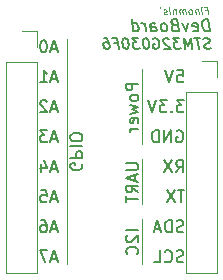
<source format=gbo>
G04 #@! TF.GenerationSoftware,KiCad,Pcbnew,(5.1.10)-1*
G04 #@! TF.CreationDate,2021-11-12T00:22:47+01:00*
G04 #@! TF.ProjectId,devboard-stm32g030f6p6,64657662-6f61-4726-942d-73746d333267,rev?*
G04 #@! TF.SameCoordinates,Original*
G04 #@! TF.FileFunction,Legend,Bot*
G04 #@! TF.FilePolarity,Positive*
%FSLAX46Y46*%
G04 Gerber Fmt 4.6, Leading zero omitted, Abs format (unit mm)*
G04 Created by KiCad (PCBNEW (5.1.10)-1) date 2021-11-12 00:22:47*
%MOMM*%
%LPD*%
G01*
G04 APERTURE LIST*
%ADD10C,0.150000*%
%ADD11C,0.130000*%
%ADD12C,0.120000*%
%ADD13O,1.700000X1.700000*%
%ADD14R,1.700000X1.700000*%
%ADD15O,1.070000X2.140000*%
%ADD16C,1.300000*%
G04 APERTURE END LIST*
D10*
X120054452Y-77414380D02*
X119929452Y-76414380D01*
X119691357Y-76414380D01*
X119554452Y-76462000D01*
X119471119Y-76557238D01*
X119435404Y-76652476D01*
X119411595Y-76842952D01*
X119429452Y-76985809D01*
X119500880Y-77176285D01*
X119560404Y-77271523D01*
X119667547Y-77366761D01*
X119816357Y-77414380D01*
X120054452Y-77414380D01*
X118667547Y-77366761D02*
X118768738Y-77414380D01*
X118959214Y-77414380D01*
X119048500Y-77366761D01*
X119084214Y-77271523D01*
X119036595Y-76890571D01*
X118977071Y-76795333D01*
X118875880Y-76747714D01*
X118685404Y-76747714D01*
X118596119Y-76795333D01*
X118560404Y-76890571D01*
X118572309Y-76985809D01*
X119060404Y-77081047D01*
X118209214Y-76747714D02*
X118054452Y-77414380D01*
X117733023Y-76747714D01*
X117036595Y-76890571D02*
X116899690Y-76938190D01*
X116858023Y-76985809D01*
X116822309Y-77081047D01*
X116840166Y-77223904D01*
X116899690Y-77319142D01*
X116953261Y-77366761D01*
X117054452Y-77414380D01*
X117435404Y-77414380D01*
X117310404Y-76414380D01*
X116977071Y-76414380D01*
X116887785Y-76462000D01*
X116846119Y-76509619D01*
X116810404Y-76604857D01*
X116822309Y-76700095D01*
X116881833Y-76795333D01*
X116935404Y-76842952D01*
X117036595Y-76890571D01*
X117369928Y-76890571D01*
X116292547Y-77414380D02*
X116381833Y-77366761D01*
X116423500Y-77319142D01*
X116459214Y-77223904D01*
X116423500Y-76938190D01*
X116363976Y-76842952D01*
X116310404Y-76795333D01*
X116209214Y-76747714D01*
X116066357Y-76747714D01*
X115977071Y-76795333D01*
X115935404Y-76842952D01*
X115899690Y-76938190D01*
X115935404Y-77223904D01*
X115994928Y-77319142D01*
X116048500Y-77366761D01*
X116149690Y-77414380D01*
X116292547Y-77414380D01*
X115102071Y-77414380D02*
X115036595Y-76890571D01*
X115072309Y-76795333D01*
X115161595Y-76747714D01*
X115352071Y-76747714D01*
X115453261Y-76795333D01*
X115096119Y-77366761D02*
X115197309Y-77414380D01*
X115435404Y-77414380D01*
X115524690Y-77366761D01*
X115560404Y-77271523D01*
X115548500Y-77176285D01*
X115488976Y-77081047D01*
X115387785Y-77033428D01*
X115149690Y-77033428D01*
X115048500Y-76985809D01*
X114625880Y-77414380D02*
X114542547Y-76747714D01*
X114566357Y-76938190D02*
X114506833Y-76842952D01*
X114453261Y-76795333D01*
X114352071Y-76747714D01*
X114256833Y-76747714D01*
X113578261Y-77414380D02*
X113453261Y-76414380D01*
X113572309Y-77366761D02*
X113673500Y-77414380D01*
X113863976Y-77414380D01*
X113953261Y-77366761D01*
X113994928Y-77319142D01*
X114030642Y-77223904D01*
X113994928Y-76938190D01*
X113935404Y-76842952D01*
X113881833Y-76795333D01*
X113780642Y-76747714D01*
X113590166Y-76747714D01*
X113500880Y-76795333D01*
D11*
X120129357Y-78850285D02*
X120006142Y-78893142D01*
X119791857Y-78893142D01*
X119700785Y-78850285D01*
X119652571Y-78807428D01*
X119599000Y-78721714D01*
X119588285Y-78636000D01*
X119620428Y-78550285D01*
X119657928Y-78507428D01*
X119738285Y-78464571D01*
X119904357Y-78421714D01*
X119984714Y-78378857D01*
X120022214Y-78336000D01*
X120054357Y-78250285D01*
X120043642Y-78164571D01*
X119990071Y-78078857D01*
X119941857Y-78036000D01*
X119850785Y-77993142D01*
X119636500Y-77993142D01*
X119513285Y-78036000D01*
X119250785Y-77993142D02*
X118736500Y-77993142D01*
X119106142Y-78893142D02*
X118993642Y-77993142D01*
X118549000Y-78893142D02*
X118436500Y-77993142D01*
X118216857Y-78636000D01*
X117836500Y-77993142D01*
X117949000Y-78893142D01*
X117493642Y-77993142D02*
X116936500Y-77993142D01*
X117279357Y-78336000D01*
X117150785Y-78336000D01*
X117070428Y-78378857D01*
X117032928Y-78421714D01*
X117000785Y-78507428D01*
X117027571Y-78721714D01*
X117081142Y-78807428D01*
X117129357Y-78850285D01*
X117220428Y-78893142D01*
X117477571Y-78893142D01*
X117557928Y-78850285D01*
X117595428Y-78807428D01*
X116604357Y-78078857D02*
X116556142Y-78036000D01*
X116465071Y-77993142D01*
X116250785Y-77993142D01*
X116170428Y-78036000D01*
X116132928Y-78078857D01*
X116100785Y-78164571D01*
X116111500Y-78250285D01*
X116170428Y-78378857D01*
X116749000Y-78893142D01*
X116191857Y-78893142D01*
X115227571Y-78036000D02*
X115307928Y-77993142D01*
X115436500Y-77993142D01*
X115570428Y-78036000D01*
X115666857Y-78121714D01*
X115720428Y-78207428D01*
X115784714Y-78378857D01*
X115800785Y-78507428D01*
X115779357Y-78678857D01*
X115747214Y-78764571D01*
X115672214Y-78850285D01*
X115549000Y-78893142D01*
X115463285Y-78893142D01*
X115329357Y-78850285D01*
X115281142Y-78807428D01*
X115243642Y-78507428D01*
X115415071Y-78507428D01*
X114622214Y-77993142D02*
X114536500Y-77993142D01*
X114456142Y-78036000D01*
X114418642Y-78078857D01*
X114386500Y-78164571D01*
X114365071Y-78336000D01*
X114391857Y-78550285D01*
X114456142Y-78721714D01*
X114509714Y-78807428D01*
X114557928Y-78850285D01*
X114649000Y-78893142D01*
X114734714Y-78893142D01*
X114815071Y-78850285D01*
X114852571Y-78807428D01*
X114884714Y-78721714D01*
X114906142Y-78550285D01*
X114879357Y-78336000D01*
X114815071Y-78164571D01*
X114761500Y-78078857D01*
X114713285Y-78036000D01*
X114622214Y-77993142D01*
X114022214Y-77993142D02*
X113465071Y-77993142D01*
X113807928Y-78336000D01*
X113679357Y-78336000D01*
X113599000Y-78378857D01*
X113561500Y-78421714D01*
X113529357Y-78507428D01*
X113556142Y-78721714D01*
X113609714Y-78807428D01*
X113657928Y-78850285D01*
X113749000Y-78893142D01*
X114006142Y-78893142D01*
X114086500Y-78850285D01*
X114124000Y-78807428D01*
X112907928Y-77993142D02*
X112822214Y-77993142D01*
X112741857Y-78036000D01*
X112704357Y-78078857D01*
X112672214Y-78164571D01*
X112650785Y-78336000D01*
X112677571Y-78550285D01*
X112741857Y-78721714D01*
X112795428Y-78807428D01*
X112843642Y-78850285D01*
X112934714Y-78893142D01*
X113020428Y-78893142D01*
X113100785Y-78850285D01*
X113138285Y-78807428D01*
X113170428Y-78721714D01*
X113191857Y-78550285D01*
X113165071Y-78336000D01*
X113100785Y-78164571D01*
X113047214Y-78078857D01*
X112999000Y-78036000D01*
X112907928Y-77993142D01*
X111975785Y-78421714D02*
X112275785Y-78421714D01*
X112334714Y-78893142D02*
X112222214Y-77993142D01*
X111793642Y-77993142D01*
X111065071Y-77993142D02*
X111236500Y-77993142D01*
X111327571Y-78036000D01*
X111375785Y-78078857D01*
X111477571Y-78207428D01*
X111541857Y-78378857D01*
X111584714Y-78721714D01*
X111552571Y-78807428D01*
X111515071Y-78850285D01*
X111434714Y-78893142D01*
X111263285Y-78893142D01*
X111172214Y-78850285D01*
X111124000Y-78807428D01*
X111070428Y-78721714D01*
X111043642Y-78507428D01*
X111075785Y-78421714D01*
X111113285Y-78378857D01*
X111193642Y-78336000D01*
X111365071Y-78336000D01*
X111456142Y-78378857D01*
X111504357Y-78421714D01*
X111557928Y-78507428D01*
D12*
X119678285Y-75649142D02*
X119878285Y-75649142D01*
X119917571Y-75963428D02*
X119842571Y-75363428D01*
X119556857Y-75363428D01*
X119403285Y-75963428D02*
X119353285Y-75563428D01*
X119328285Y-75363428D02*
X119360428Y-75392000D01*
X119335428Y-75420571D01*
X119303285Y-75392000D01*
X119328285Y-75363428D01*
X119335428Y-75420571D01*
X119067571Y-75563428D02*
X119117571Y-75963428D01*
X119074714Y-75620571D02*
X119042571Y-75592000D01*
X118981857Y-75563428D01*
X118896142Y-75563428D01*
X118842571Y-75592000D01*
X118821142Y-75649142D01*
X118860428Y-75963428D01*
X118489000Y-75963428D02*
X118542571Y-75934857D01*
X118567571Y-75906285D01*
X118589000Y-75849142D01*
X118567571Y-75677714D01*
X118531857Y-75620571D01*
X118499714Y-75592000D01*
X118439000Y-75563428D01*
X118353285Y-75563428D01*
X118299714Y-75592000D01*
X118274714Y-75620571D01*
X118253285Y-75677714D01*
X118274714Y-75849142D01*
X118310428Y-75906285D01*
X118342571Y-75934857D01*
X118403285Y-75963428D01*
X118489000Y-75963428D01*
X118031857Y-75963428D02*
X117981857Y-75563428D01*
X117989000Y-75620571D02*
X117956857Y-75592000D01*
X117896142Y-75563428D01*
X117810428Y-75563428D01*
X117756857Y-75592000D01*
X117735428Y-75649142D01*
X117774714Y-75963428D01*
X117735428Y-75649142D02*
X117699714Y-75592000D01*
X117639000Y-75563428D01*
X117553285Y-75563428D01*
X117499714Y-75592000D01*
X117478285Y-75649142D01*
X117517571Y-75963428D01*
X117181857Y-75563428D02*
X117231857Y-75963428D01*
X117189000Y-75620571D02*
X117156857Y-75592000D01*
X117096142Y-75563428D01*
X117010428Y-75563428D01*
X116956857Y-75592000D01*
X116935428Y-75649142D01*
X116974714Y-75963428D01*
X116689000Y-75963428D02*
X116639000Y-75563428D01*
X116614000Y-75363428D02*
X116646142Y-75392000D01*
X116621142Y-75420571D01*
X116589000Y-75392000D01*
X116614000Y-75363428D01*
X116621142Y-75420571D01*
X116428285Y-75934857D02*
X116374714Y-75963428D01*
X116260428Y-75963428D01*
X116199714Y-75934857D01*
X116164000Y-75877714D01*
X116160428Y-75849142D01*
X116181857Y-75792000D01*
X116235428Y-75763428D01*
X116321142Y-75763428D01*
X116374714Y-75734857D01*
X116396142Y-75677714D01*
X116392571Y-75649142D01*
X116356857Y-75592000D01*
X116296142Y-75563428D01*
X116210428Y-75563428D01*
X116156857Y-75592000D01*
X115814000Y-75363428D02*
X115885428Y-75477714D01*
D10*
X113990380Y-94273809D02*
X112990380Y-94273809D01*
X113085619Y-94702380D02*
X113038000Y-94750000D01*
X112990380Y-94845238D01*
X112990380Y-95083333D01*
X113038000Y-95178571D01*
X113085619Y-95226190D01*
X113180857Y-95273809D01*
X113276095Y-95273809D01*
X113418952Y-95226190D01*
X113990380Y-94654761D01*
X113990380Y-95273809D01*
X113895142Y-96273809D02*
X113942761Y-96226190D01*
X113990380Y-96083333D01*
X113990380Y-95988095D01*
X113942761Y-95845238D01*
X113847523Y-95750000D01*
X113752285Y-95702380D01*
X113561809Y-95654761D01*
X113418952Y-95654761D01*
X113228476Y-95702380D01*
X113133238Y-95750000D01*
X113038000Y-95845238D01*
X112990380Y-95988095D01*
X112990380Y-96083333D01*
X113038000Y-96226190D01*
X113085619Y-96273809D01*
X113990380Y-81843809D02*
X112990380Y-81843809D01*
X112990380Y-82224761D01*
X113038000Y-82320000D01*
X113085619Y-82367619D01*
X113180857Y-82415238D01*
X113323714Y-82415238D01*
X113418952Y-82367619D01*
X113466571Y-82320000D01*
X113514190Y-82224761D01*
X113514190Y-81843809D01*
X113990380Y-82986666D02*
X113942761Y-82891428D01*
X113895142Y-82843809D01*
X113799904Y-82796190D01*
X113514190Y-82796190D01*
X113418952Y-82843809D01*
X113371333Y-82891428D01*
X113323714Y-82986666D01*
X113323714Y-83129523D01*
X113371333Y-83224761D01*
X113418952Y-83272380D01*
X113514190Y-83320000D01*
X113799904Y-83320000D01*
X113895142Y-83272380D01*
X113942761Y-83224761D01*
X113990380Y-83129523D01*
X113990380Y-82986666D01*
X113323714Y-83653333D02*
X113990380Y-83843809D01*
X113514190Y-84034285D01*
X113990380Y-84224761D01*
X113323714Y-84415238D01*
X113942761Y-85177142D02*
X113990380Y-85081904D01*
X113990380Y-84891428D01*
X113942761Y-84796190D01*
X113847523Y-84748571D01*
X113466571Y-84748571D01*
X113371333Y-84796190D01*
X113323714Y-84891428D01*
X113323714Y-85081904D01*
X113371333Y-85177142D01*
X113466571Y-85224761D01*
X113561809Y-85224761D01*
X113657047Y-84748571D01*
X113990380Y-85653333D02*
X113323714Y-85653333D01*
X113514190Y-85653333D02*
X113418952Y-85700952D01*
X113371333Y-85748571D01*
X113323714Y-85843809D01*
X113323714Y-85939047D01*
X112990380Y-88574761D02*
X113799904Y-88574761D01*
X113895142Y-88622380D01*
X113942761Y-88670000D01*
X113990380Y-88765238D01*
X113990380Y-88955714D01*
X113942761Y-89050952D01*
X113895142Y-89098571D01*
X113799904Y-89146190D01*
X112990380Y-89146190D01*
X113704666Y-89574761D02*
X113704666Y-90050952D01*
X113990380Y-89479523D02*
X112990380Y-89812857D01*
X113990380Y-90146190D01*
X113990380Y-91050952D02*
X113514190Y-90717619D01*
X113990380Y-90479523D02*
X112990380Y-90479523D01*
X112990380Y-90860476D01*
X113038000Y-90955714D01*
X113085619Y-91003333D01*
X113180857Y-91050952D01*
X113323714Y-91050952D01*
X113418952Y-91003333D01*
X113466571Y-90955714D01*
X113514190Y-90860476D01*
X113514190Y-90479523D01*
X112990380Y-91336666D02*
X112990380Y-91908095D01*
X113990380Y-91622380D02*
X112990380Y-91622380D01*
D12*
X114300000Y-80645000D02*
X114300000Y-86995000D01*
X114300000Y-88265000D02*
X114300000Y-92075000D01*
X114300000Y-97155000D02*
X114300000Y-93345000D01*
D10*
X109212000Y-88630000D02*
X109259619Y-88725238D01*
X109259619Y-88868095D01*
X109212000Y-89010952D01*
X109116761Y-89106190D01*
X109021523Y-89153809D01*
X108831047Y-89201428D01*
X108688190Y-89201428D01*
X108497714Y-89153809D01*
X108402476Y-89106190D01*
X108307238Y-89010952D01*
X108259619Y-88868095D01*
X108259619Y-88772857D01*
X108307238Y-88630000D01*
X108354857Y-88582380D01*
X108688190Y-88582380D01*
X108688190Y-88772857D01*
X108259619Y-88153809D02*
X109259619Y-88153809D01*
X109259619Y-87772857D01*
X109212000Y-87677619D01*
X109164380Y-87630000D01*
X109069142Y-87582380D01*
X108926285Y-87582380D01*
X108831047Y-87630000D01*
X108783428Y-87677619D01*
X108735809Y-87772857D01*
X108735809Y-88153809D01*
X108259619Y-87153809D02*
X109259619Y-87153809D01*
X109259619Y-86487142D02*
X109259619Y-86296666D01*
X109212000Y-86201428D01*
X109116761Y-86106190D01*
X108926285Y-86058571D01*
X108592952Y-86058571D01*
X108402476Y-86106190D01*
X108307238Y-86201428D01*
X108259619Y-86296666D01*
X108259619Y-86487142D01*
X108307238Y-86582380D01*
X108402476Y-86677619D01*
X108592952Y-86725238D01*
X108926285Y-86725238D01*
X109116761Y-86677619D01*
X109212000Y-86582380D01*
X109259619Y-86487142D01*
D12*
X107950000Y-78105000D02*
X107950000Y-97155000D01*
D10*
X117822023Y-96924761D02*
X117679166Y-96972380D01*
X117441071Y-96972380D01*
X117345833Y-96924761D01*
X117298214Y-96877142D01*
X117250595Y-96781904D01*
X117250595Y-96686666D01*
X117298214Y-96591428D01*
X117345833Y-96543809D01*
X117441071Y-96496190D01*
X117631547Y-96448571D01*
X117726785Y-96400952D01*
X117774404Y-96353333D01*
X117822023Y-96258095D01*
X117822023Y-96162857D01*
X117774404Y-96067619D01*
X117726785Y-96020000D01*
X117631547Y-95972380D01*
X117393452Y-95972380D01*
X117250595Y-96020000D01*
X116250595Y-96877142D02*
X116298214Y-96924761D01*
X116441071Y-96972380D01*
X116536309Y-96972380D01*
X116679166Y-96924761D01*
X116774404Y-96829523D01*
X116822023Y-96734285D01*
X116869642Y-96543809D01*
X116869642Y-96400952D01*
X116822023Y-96210476D01*
X116774404Y-96115238D01*
X116679166Y-96020000D01*
X116536309Y-95972380D01*
X116441071Y-95972380D01*
X116298214Y-96020000D01*
X116250595Y-96067619D01*
X115345833Y-96972380D02*
X115822023Y-96972380D01*
X115822023Y-95972380D01*
X117822023Y-94384761D02*
X117679166Y-94432380D01*
X117441071Y-94432380D01*
X117345833Y-94384761D01*
X117298214Y-94337142D01*
X117250595Y-94241904D01*
X117250595Y-94146666D01*
X117298214Y-94051428D01*
X117345833Y-94003809D01*
X117441071Y-93956190D01*
X117631547Y-93908571D01*
X117726785Y-93860952D01*
X117774404Y-93813333D01*
X117822023Y-93718095D01*
X117822023Y-93622857D01*
X117774404Y-93527619D01*
X117726785Y-93480000D01*
X117631547Y-93432380D01*
X117393452Y-93432380D01*
X117250595Y-93480000D01*
X116822023Y-94432380D02*
X116822023Y-93432380D01*
X116583928Y-93432380D01*
X116441071Y-93480000D01*
X116345833Y-93575238D01*
X116298214Y-93670476D01*
X116250595Y-93860952D01*
X116250595Y-94003809D01*
X116298214Y-94194285D01*
X116345833Y-94289523D01*
X116441071Y-94384761D01*
X116583928Y-94432380D01*
X116822023Y-94432380D01*
X115869642Y-94146666D02*
X115393452Y-94146666D01*
X115964880Y-94432380D02*
X115631547Y-93432380D01*
X115298214Y-94432380D01*
X117917261Y-90892380D02*
X117345833Y-90892380D01*
X117631547Y-91892380D02*
X117631547Y-90892380D01*
X117107738Y-90892380D02*
X116441071Y-91892380D01*
X116441071Y-90892380D02*
X117107738Y-91892380D01*
X117202976Y-89352380D02*
X117536309Y-88876190D01*
X117774404Y-89352380D02*
X117774404Y-88352380D01*
X117393452Y-88352380D01*
X117298214Y-88400000D01*
X117250595Y-88447619D01*
X117202976Y-88542857D01*
X117202976Y-88685714D01*
X117250595Y-88780952D01*
X117298214Y-88828571D01*
X117393452Y-88876190D01*
X117774404Y-88876190D01*
X116869642Y-88352380D02*
X116202976Y-89352380D01*
X116202976Y-88352380D02*
X116869642Y-89352380D01*
X117250595Y-85860000D02*
X117345833Y-85812380D01*
X117488690Y-85812380D01*
X117631547Y-85860000D01*
X117726785Y-85955238D01*
X117774404Y-86050476D01*
X117822023Y-86240952D01*
X117822023Y-86383809D01*
X117774404Y-86574285D01*
X117726785Y-86669523D01*
X117631547Y-86764761D01*
X117488690Y-86812380D01*
X117393452Y-86812380D01*
X117250595Y-86764761D01*
X117202976Y-86717142D01*
X117202976Y-86383809D01*
X117393452Y-86383809D01*
X116774404Y-86812380D02*
X116774404Y-85812380D01*
X116202976Y-86812380D01*
X116202976Y-85812380D01*
X115726785Y-86812380D02*
X115726785Y-85812380D01*
X115488690Y-85812380D01*
X115345833Y-85860000D01*
X115250595Y-85955238D01*
X115202976Y-86050476D01*
X115155357Y-86240952D01*
X115155357Y-86383809D01*
X115202976Y-86574285D01*
X115250595Y-86669523D01*
X115345833Y-86764761D01*
X115488690Y-86812380D01*
X115726785Y-86812380D01*
X117869642Y-83272380D02*
X117250595Y-83272380D01*
X117583928Y-83653333D01*
X117441071Y-83653333D01*
X117345833Y-83700952D01*
X117298214Y-83748571D01*
X117250595Y-83843809D01*
X117250595Y-84081904D01*
X117298214Y-84177142D01*
X117345833Y-84224761D01*
X117441071Y-84272380D01*
X117726785Y-84272380D01*
X117822023Y-84224761D01*
X117869642Y-84177142D01*
X116822023Y-84177142D02*
X116774404Y-84224761D01*
X116822023Y-84272380D01*
X116869642Y-84224761D01*
X116822023Y-84177142D01*
X116822023Y-84272380D01*
X116441071Y-83272380D02*
X115822023Y-83272380D01*
X116155357Y-83653333D01*
X116012500Y-83653333D01*
X115917261Y-83700952D01*
X115869642Y-83748571D01*
X115822023Y-83843809D01*
X115822023Y-84081904D01*
X115869642Y-84177142D01*
X115917261Y-84224761D01*
X116012500Y-84272380D01*
X116298214Y-84272380D01*
X116393452Y-84224761D01*
X116441071Y-84177142D01*
X115536309Y-83272380D02*
X115202976Y-84272380D01*
X114869642Y-83272380D01*
X117298214Y-80732380D02*
X117774404Y-80732380D01*
X117822023Y-81208571D01*
X117774404Y-81160952D01*
X117679166Y-81113333D01*
X117441071Y-81113333D01*
X117345833Y-81160952D01*
X117298214Y-81208571D01*
X117250595Y-81303809D01*
X117250595Y-81541904D01*
X117298214Y-81637142D01*
X117345833Y-81684761D01*
X117441071Y-81732380D01*
X117679166Y-81732380D01*
X117774404Y-81684761D01*
X117822023Y-81637142D01*
X116964880Y-80732380D02*
X116631547Y-81732380D01*
X116298214Y-80732380D01*
X107126547Y-78906666D02*
X106650357Y-78906666D01*
X107221785Y-79192380D02*
X106888452Y-78192380D01*
X106555119Y-79192380D01*
X106031309Y-78192380D02*
X105936071Y-78192380D01*
X105840833Y-78240000D01*
X105793214Y-78287619D01*
X105745595Y-78382857D01*
X105697976Y-78573333D01*
X105697976Y-78811428D01*
X105745595Y-79001904D01*
X105793214Y-79097142D01*
X105840833Y-79144761D01*
X105936071Y-79192380D01*
X106031309Y-79192380D01*
X106126547Y-79144761D01*
X106174166Y-79097142D01*
X106221785Y-79001904D01*
X106269404Y-78811428D01*
X106269404Y-78573333D01*
X106221785Y-78382857D01*
X106174166Y-78287619D01*
X106126547Y-78240000D01*
X106031309Y-78192380D01*
X107126547Y-96686666D02*
X106650357Y-96686666D01*
X107221785Y-96972380D02*
X106888452Y-95972380D01*
X106555119Y-96972380D01*
X106317023Y-95972380D02*
X105650357Y-95972380D01*
X106078928Y-96972380D01*
X107126547Y-94146666D02*
X106650357Y-94146666D01*
X107221785Y-94432380D02*
X106888452Y-93432380D01*
X106555119Y-94432380D01*
X105793214Y-93432380D02*
X105983690Y-93432380D01*
X106078928Y-93480000D01*
X106126547Y-93527619D01*
X106221785Y-93670476D01*
X106269404Y-93860952D01*
X106269404Y-94241904D01*
X106221785Y-94337142D01*
X106174166Y-94384761D01*
X106078928Y-94432380D01*
X105888452Y-94432380D01*
X105793214Y-94384761D01*
X105745595Y-94337142D01*
X105697976Y-94241904D01*
X105697976Y-94003809D01*
X105745595Y-93908571D01*
X105793214Y-93860952D01*
X105888452Y-93813333D01*
X106078928Y-93813333D01*
X106174166Y-93860952D01*
X106221785Y-93908571D01*
X106269404Y-94003809D01*
X107126547Y-91606666D02*
X106650357Y-91606666D01*
X107221785Y-91892380D02*
X106888452Y-90892380D01*
X106555119Y-91892380D01*
X105745595Y-90892380D02*
X106221785Y-90892380D01*
X106269404Y-91368571D01*
X106221785Y-91320952D01*
X106126547Y-91273333D01*
X105888452Y-91273333D01*
X105793214Y-91320952D01*
X105745595Y-91368571D01*
X105697976Y-91463809D01*
X105697976Y-91701904D01*
X105745595Y-91797142D01*
X105793214Y-91844761D01*
X105888452Y-91892380D01*
X106126547Y-91892380D01*
X106221785Y-91844761D01*
X106269404Y-91797142D01*
X107126547Y-89066666D02*
X106650357Y-89066666D01*
X107221785Y-89352380D02*
X106888452Y-88352380D01*
X106555119Y-89352380D01*
X105793214Y-88685714D02*
X105793214Y-89352380D01*
X106031309Y-88304761D02*
X106269404Y-89019047D01*
X105650357Y-89019047D01*
X107126547Y-86526666D02*
X106650357Y-86526666D01*
X107221785Y-86812380D02*
X106888452Y-85812380D01*
X106555119Y-86812380D01*
X106317023Y-85812380D02*
X105697976Y-85812380D01*
X106031309Y-86193333D01*
X105888452Y-86193333D01*
X105793214Y-86240952D01*
X105745595Y-86288571D01*
X105697976Y-86383809D01*
X105697976Y-86621904D01*
X105745595Y-86717142D01*
X105793214Y-86764761D01*
X105888452Y-86812380D01*
X106174166Y-86812380D01*
X106269404Y-86764761D01*
X106317023Y-86717142D01*
X107126547Y-83986666D02*
X106650357Y-83986666D01*
X107221785Y-84272380D02*
X106888452Y-83272380D01*
X106555119Y-84272380D01*
X106269404Y-83367619D02*
X106221785Y-83320000D01*
X106126547Y-83272380D01*
X105888452Y-83272380D01*
X105793214Y-83320000D01*
X105745595Y-83367619D01*
X105697976Y-83462857D01*
X105697976Y-83558095D01*
X105745595Y-83700952D01*
X106317023Y-84272380D01*
X105697976Y-84272380D01*
X107126547Y-81446666D02*
X106650357Y-81446666D01*
X107221785Y-81732380D02*
X106888452Y-80732380D01*
X106555119Y-81732380D01*
X105697976Y-81732380D02*
X106269404Y-81732380D01*
X105983690Y-81732380D02*
X105983690Y-80732380D01*
X106078928Y-80875238D01*
X106174166Y-80970476D01*
X106269404Y-81018095D01*
D12*
X120710000Y-97850000D02*
X118050000Y-97850000D01*
X120710000Y-82550000D02*
X120710000Y-97850000D01*
X118050000Y-82550000D02*
X118050000Y-97850000D01*
X120710000Y-82550000D02*
X118050000Y-82550000D01*
X120710000Y-81280000D02*
X120710000Y-79950000D01*
X120710000Y-79950000D02*
X119380000Y-79950000D01*
X105470000Y-97850000D02*
X102810000Y-97850000D01*
X105470000Y-80010000D02*
X105470000Y-97850000D01*
X102810000Y-80010000D02*
X102810000Y-97850000D01*
X105470000Y-80010000D02*
X102810000Y-80010000D01*
X105470000Y-78740000D02*
X105470000Y-77410000D01*
X105470000Y-77410000D02*
X104140000Y-77410000D01*
%LPC*%
D13*
X119380000Y-96520000D03*
X119380000Y-93980000D03*
X119380000Y-91440000D03*
X119380000Y-88900000D03*
X119380000Y-86360000D03*
X119380000Y-83820000D03*
D14*
X119380000Y-81280000D03*
D13*
X104140000Y-96520000D03*
X104140000Y-93980000D03*
X104140000Y-91440000D03*
X104140000Y-88900000D03*
X104140000Y-86360000D03*
X104140000Y-83820000D03*
X104140000Y-81280000D03*
D14*
X104140000Y-78740000D03*
D15*
X106890000Y-72870000D03*
X114090000Y-72870000D03*
D16*
X108065000Y-75520000D03*
X112915000Y-75520000D03*
M02*

</source>
